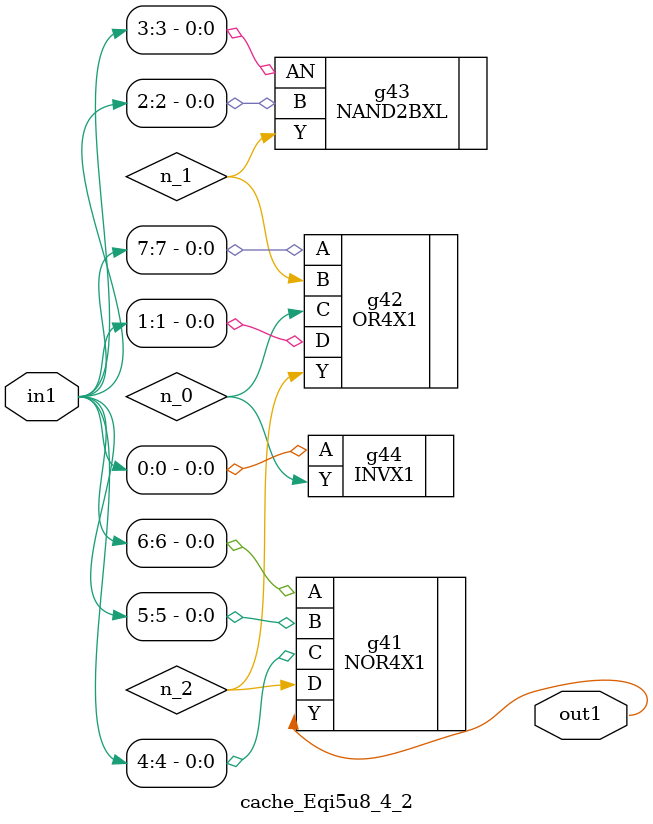
<source format=v>
`timescale 1ps / 1ps


module cache_Eqi5u8_4_2(in1, out1);
  input [7:0] in1;
  output out1;
  wire [7:0] in1;
  wire out1;
  wire n_0, n_1, n_2;
  NOR4X1 g41(.A (in1[6]), .B (in1[5]), .C (in1[4]), .D (n_2), .Y
       (out1));
  OR4X1 g42(.A (in1[7]), .B (n_1), .C (n_0), .D (in1[1]), .Y (n_2));
  NAND2BXL g43(.AN (in1[3]), .B (in1[2]), .Y (n_1));
  INVX1 g44(.A (in1[0]), .Y (n_0));
endmodule



</source>
